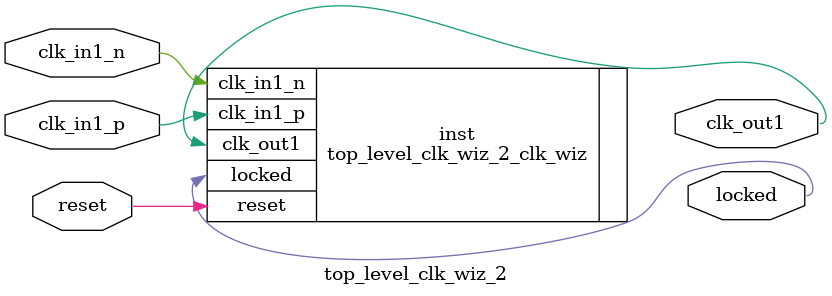
<source format=v>


`timescale 1ps/1ps

(* CORE_GENERATION_INFO = "top_level_clk_wiz_2,clk_wiz_v6_0_3_0_0,{component_name=top_level_clk_wiz_2,use_phase_alignment=false,use_min_o_jitter=false,use_max_i_jitter=false,use_dyn_phase_shift=false,use_inclk_switchover=false,use_dyn_reconfig=false,enable_axi=0,feedback_source=FDBK_AUTO,PRIMITIVE=MMCM,num_out_clk=1,clkin1_period=3.333,clkin2_period=10.0,use_power_down=false,use_reset=true,use_locked=true,use_inclk_stopped=false,feedback_type=SINGLE,CLOCK_MGR_TYPE=NA,manual_override=false}" *)

module top_level_clk_wiz_2 
 (
  // Clock out ports
  output        clk_out1,
  // Status and control signals
  input         reset,
  output        locked,
 // Clock in ports
  input         clk_in1_p,
  input         clk_in1_n
 );

  top_level_clk_wiz_2_clk_wiz inst
  (
  // Clock out ports  
  .clk_out1(clk_out1),
  // Status and control signals               
  .reset(reset), 
  .locked(locked),
 // Clock in ports
  .clk_in1_p(clk_in1_p),
  .clk_in1_n(clk_in1_n)
  );

endmodule

</source>
